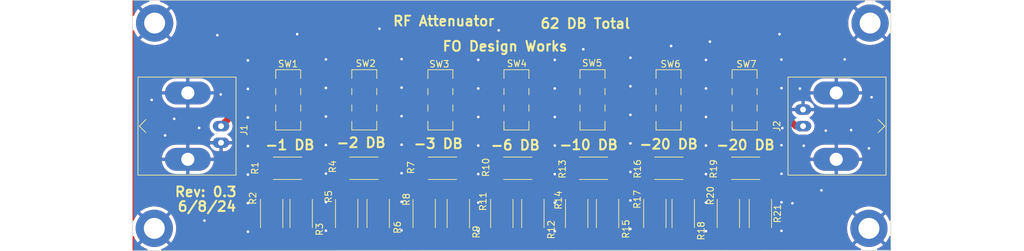
<source format=kicad_pcb>
(kicad_pcb (version 20221018) (generator pcbnew)
  (layers (0 "F.Cu" signal) (31 "B.Cu" signal) (34 "B.Paste" user) (35 "F.Paste" user) (36 "B.SilkS" user "B.Silkscreen") (37 "F.SilkS" user "F.Silkscreen") (38 "B.Mask" user) (39 "F.Mask" user) (44 "Edge.Cuts" user))
  (net 0 "")
  (net 1 "GND")
  (net 2 "Net-(J1-In)")
  (net 3 "Net-(J2-In)")
  (net 4 "Net-(SW1A-C)")
  (net 5 "Net-(SW1B-C)")
  (net 6 "Net-(SW1A-A)")
  (net 7 "Net-(SW2A-C)")
  (net 8 "Net-(SW2B-C)")
  (net 9 "Net-(SW3A-C)")
  (net 10 "Net-(SW3B-C)")
  (net 11 "Net-(SW4A-C)")
  (net 12 "Net-(SW4B-C)")
  (net 13 "Net-(SW5A-C)")
  (net 14 "Net-(SW5B-C)")
  (net 15 "Net-(SW6A-C)")
  (net 16 "Net-(SW6B-C)")
  (net 17 "Net-(SW7A-C)")
  (net 18 "Net-(SW7B-C)")
  (net 19 "Net-(SW2A-A)")
  (net 20 "Net-(SW2A-B)")
  (net 21 "Net-(SW3A-A)")
  (net 22 "Net-(SW3A-B)")
  (net 23 "Net-(SW4A-A)")
  (net 24 "Net-(SW4A-B)")
  (net 25 "Net-(SW5A-A)")
  (net 26 "Net-(SW5A-B)")
  (net 27 "Net-(SW6A-A)")
  (net 28 "Net-(SW6A-B)")
  (net 29 "Net-(SW7A-A)")
  (net 30 "Net-(SW1A-B)")
  (footprint "Resistor_SMD:R_2512_6332Metric_Pad1.40x3.35mm_HandSolder" (layer "F.Cu") (at 140.3604 93.0636)
    (fp_text reference "R10" (at -4.8768 -0.127 90) (layer "F.SilkS"))
    (fp_text value "37.3")
    (fp_line (start -2.177064 -1.71) (end 2.177064 -1.71) (stroke (width 0.12)) (layer "F.SilkS"))
    (fp_line (start -2.177064 1.71) (end 2.177064 1.71) (stroke (width 0.12)) (layer "F.SilkS"))
    (pad "1" smd roundrect (at -3.05 0) (size 1.4 3.35) (layers "F.Cu" "F.Paste" "F.Mask") (roundrect_rratio 0.1785707143) (net 12 "Net-(SW4B-C)"))
    (pad "2" smd roundrect (at 3.05 0) (size 1.4 3.35) (layers "F.Cu" "F.Paste" "F.Mask") (roundrect_rratio 0.1785707143) (net 11 "Net-(SW4A-C)"))
  )
  (footprint "jerrys_Library:SW_DPDT_CK_JS202011JCQN" (layer "F.Cu") (at 175.079399 82.59 -90)
    (fp_text reference "SW7" (at -5.4756 -0.2822) (layer "F.SilkS"))
    (fp_text value "SW_DPDT_x2")
    (fp_line (start -4.61 -1.91) (end -4.61 1.91) (stroke (width 0.12)) (layer "F.SilkS"))
    (fp_line (start -4.61 1.91) (end -3.26 1.91) (stroke (width 0.12)) (layer "F.SilkS"))
    (fp_line (start -3.26 -1.91) (end -4.61 -1.91) (stroke (width 0.12)) (layer "F.SilkS"))
    (fp_line (start -0.76 -1.91) (end -1.74 -1.91) (stroke (width 0.12)) (layer "F.SilkS"))
    (fp_line (start -0.76 1.91) (end -1.74 1.91) (stroke (width 0.12)) (layer "F.SilkS"))
    (fp_line (start 1.74 -1.91) (end 0.76 -1.91) (stroke (width 0.12)) (layer "F.SilkS"))
    (fp_line (start 1.74 1.91) (end 0.76 1.91) (stroke (width 0.12)) (layer "F.SilkS"))
    (fp_line (start 4.61 -1.91) (end 3.26 -1.91) (stroke (width 0.12)) (layer "F.SilkS"))
    (fp_line (start 4.61 -1.91) (end 4.61 1.91) (stroke (width 0.12)) (layer "F.SilkS"))
    (fp_line (start 4.61 1.91) (end 3.26 1.91) (stroke (width 0.12)) (layer "F.SilkS"))
    (pad "1" smd rect locked (at -2.5 -3 270) (size 1 2.5) (layers "F.Cu" "F.Paste" "F.Mask") (net 29 "Net-(SW7A-A)"))
    (pad "2" smd rect locked (at 0 -3 270) (size 1 2.5) (layers "F.Cu" "F.Paste" "F.Mask") (net 3 "Net-(J2-In)"))
    (pad "3" smd rect locked (at 2.5 -3 270) (size 1 2.5) (layers "F.Cu" "F.Paste" "F.Mask") (net 17 "Net-(SW7A-C)"))
    (pad "4" smd rect locked (at -2.5 3 270) (size 1 2.5) (layers "F.Cu" "F.Paste" "F.Mask") (net 29 "Net-(SW7A-A)"))
    (pad "5" smd rect locked (at 0 3 270) (size 1 2.5) (layers "F.Cu" "F.Paste" "F.Mask") (net 28 "Net-(SW6A-B)"))
    (pad "6" smd rect locked (at 2.5 3 270) (size 1 2.5) (layers "F.Cu" "F.Paste" "F.Mask") (net 18 "Net-(SW7B-C)"))
  )
  (footprint "jerrys_Library:SW_DPDT_CK_JS202011JCQN" (layer "F.Cu") (at 105.229047 82.59 -90)
    (fp_text reference "SW1" (at -5.5118 0.0254) (layer "F.SilkS"))
    (fp_text value "SW_DPDT_x2")
    (fp_line (start -4.61 -1.91) (end -4.61 1.91) (stroke (width 0.12)) (layer "F.SilkS"))
    (fp_line (start -4.61 1.91) (end -3.26 1.91) (stroke (width 0.12)) (layer "F.SilkS"))
    (fp_line (start -3.26 -1.91) (end -4.61 -1.91) (stroke (width 0.12)) (layer "F.SilkS"))
    (fp_line (start -0.76 -1.91) (end -1.74 -1.91) (stroke (width 0.12)) (layer "F.SilkS"))
    (fp_line (start -0.76 1.91) (end -1.74 1.91) (stroke (width 0.12)) (layer "F.SilkS"))
    (fp_line (start 1.74 -1.91) (end 0.76 -1.91) (stroke (width 0.12)) (layer "F.SilkS"))
    (fp_line (start 1.74 1.91) (end 0.76 1.91) (stroke (width 0.12)) (layer "F.SilkS"))
    (fp_line (start 4.61 -1.91) (end 3.26 -1.91) (stroke (width 0.12)) (layer "F.SilkS"))
    (fp_line (start 4.61 -1.91) (end 4.61 1.91) (stroke (width 0.12)) (layer "F.SilkS"))
    (fp_line (start 4.61 1.91) (end 3.26 1.91) (stroke (width 0.12)) (layer "F.SilkS"))
    (pad "1" smd rect locked (at -2.5 -3 270) (size 1 2.5) (layers "F.Cu" "F.Paste" "F.Mask") (net 6 "Net-(SW1A-A)"))
    (pad "2" smd rect locked (at 0 -3 270) (size 1 2.5) (layers "F.Cu" "F.Paste" "F.Mask") (net 30 "Net-(SW1A-B)"))
    (pad "3" smd rect locked (at 2.5 -3 270) (size 1 2.5) (layers "F.Cu" "F.Paste" "F.Mask") (net 4 "Net-(SW1A-C)"))
    (pad "4" smd rect locked (at -2.5 3 270) (size 1 2.5) (layers "F.Cu" "F.Paste" "F.Mask") (net 6 "Net-(SW1A-A)"))
    (pad "5" smd rect locked (at 0 3 270) (size 1 2.5) (layers "F.Cu" "F.Paste" "F.Mask") (net 2 "Net-(J1-In)"))
    (pad "6" smd rect locked (at 2.5 3 270) (size 1 2.5) (layers "F.Cu" "F.Paste" "F.Mask") (net 5 "Net-(SW1B-C)"))
  )
  (footprint "Resistor_SMD:R_2512_6332Metric_Pad1.40x3.35mm_HandSolder" (layer "F.Cu") (at 175.2346 93.0636)
    (fp_text reference "R19" (at -4.9022 0.1016 90) (layer "F.SilkS"))
    (fp_text value "242")
    (fp_line (start -2.177064 -1.71) (end 2.177064 -1.71) (stroke (width 0.12)) (layer "F.SilkS"))
    (fp_line (start -2.177064 1.71) (end 2.177064 1.71) (stroke (width 0.12)) (layer "F.SilkS"))
    (pad "1" smd roundrect (at -3.05 0) (size 1.4 3.35) (layers "F.Cu" "F.Paste" "F.Mask") (roundrect_rratio 0.1785707143) (net 18 "Net-(SW7B-C)"))
    (pad "2" smd roundrect (at 3.05 0) (size 1.4 3.35) (layers "F.Cu" "F.Paste" "F.Mask") (roundrect_rratio 0.1785707143) (net 17 "Net-(SW7A-C)"))
  )
  (footprint "Resistor_SMD:R_2512_6332Metric_Pad1.40x3.35mm_HandSolder" (layer "F.Cu") (at 128.8288 93.0636)
    (fp_text reference "R7" (at -4.8006 -0.1016 90) (layer "F.SilkS"))
    (fp_text value "17.6")
    (fp_line (start -2.177064 -1.71) (end 2.177064 -1.71) (stroke (width 0.12)) (layer "F.SilkS"))
    (fp_line (start -2.177064 1.71) (end 2.177064 1.71) (stroke (width 0.12)) (layer "F.SilkS"))
    (pad "1" smd roundrect (at -3.05 0) (size 1.4 3.35) (layers "F.Cu" "F.Paste" "F.Mask") (roundrect_rratio 0.1785707143) (net 10 "Net-(SW3B-C)"))
    (pad "2" smd roundrect (at 3.05 0) (size 1.4 3.35) (layers "F.Cu" "F.Paste" "F.Mask") (roundrect_rratio 0.1785707143) (net 9 "Net-(SW3A-C)"))
  )
  (footprint "Resistor_SMD:R_2512_6332Metric_Pad1.40x3.35mm_HandSolder" (layer "F.Cu") (at 131.2672 99.9978 -90)
    (fp_text reference "R9" (at 2.8194 -2.7686 90) (layer "F.SilkS"))
    (fp_text value "292")
    (fp_line (start -2.177064 -1.71) (end 2.177064 -1.71) (stroke (width 0.12)) (layer "F.SilkS"))
    (fp_line (start -2.177064 1.71) (end 2.177064 1.71) (stroke (width 0.12)) (layer "F.SilkS"))
    (pad "1" smd roundrect (at -3.05 0 270) (size 1.4 3.35) (layers "F.Cu" "F.Paste" "F.Mask") (roundrect_rratio 0.1785707143) (net 9 "Net-(SW3A-C)"))
    (pad "2" smd roundrect (at 3.05 0 270) (size 1.4 3.35) (layers "F.Cu" "F.Paste" "F.Mask") (roundrect_rratio 0.1785707143) (net 1 "GND"))
  )
  (footprint "Resistor_SMD:R_2512_6332Metric_Pad1.40x3.35mm_HandSolder" (layer "F.Cu") (at 149.3774 99.9978 -90)
    (fp_text reference "R14" (at -2.0574 2.794 90) (layer "F.SilkS"))
    (fp_text value "96.2")
    (fp_line (start -2.177064 -1.71) (end 2.177064 -1.71) (stroke (width 0.12)) (layer "F.SilkS"))
    (fp_line (start -2.177064 1.71) (end 2.177064 1.71) (stroke (width 0.12)) (layer "F.SilkS"))
    (pad "1" smd roundrect (at -3.05 0 270) (size 1.4 3.35) (layers "F.Cu" "F.Paste" "F.Mask") (roundrect_rratio 0.1785707143) (net 14 "Net-(SW5B-C)"))
    (pad "2" smd roundrect (at 3.05 0 270) (size 1.4 3.35) (layers "F.Cu" "F.Paste" "F.Mask") (roundrect_rratio 0.1785707143) (net 1 "GND"))
  )
  (footprint "MountingHole:MountingHole_3.2mm_M3_ISO7380_Pad_TopBottom" (layer "F.Cu") (at 194.1068 102.2604)
    (fp_text reference "H2" hide)
    (fp_text value "MountingHole_Pad" hide)
    (pad "1" thru_hole circle (at 0 0) (size 3.6 3.6) (drill 3.2) (layers "*.Cu" "*.Mask") (net 1 "GND"))
    (pad "1" connect circle (at 0 0) (size 5.7 5.7) (layers "F.Cu" "F.Mask") (net 1 "GND"))
    (pad "1" connect circle (at 0 0) (size 5.7 5.7) (layers "B.Cu" "B.Mask") (net 1 "GND"))
  )
  (footprint "Resistor_SMD:R_2512_6332Metric_Pad1.40x3.35mm_HandSolder" (layer "F.Cu") (at 163.4998 93.0636)
    (fp_text reference "R16" (at -4.807258 0.1016 90) (layer "F.SilkS"))
    (fp_text value "242")
    (fp_line (start -2.177064 -1.71) (end 2.177064 -1.71) (stroke (width 0.12)) (layer "F.SilkS"))
    (fp_line (start -2.177064 1.71) (end 2.177064 1.71) (stroke (width 0.12)) (layer "F.SilkS"))
    (pad "1" smd roundrect (at -3.05 0) (size 1.4 3.35) (layers "F.Cu" "F.Paste" "F.Mask") (roundrect_rratio 0.1785707143) (net 16 "Net-(SW6B-C)"))
    (pad "2" smd roundrect (at 3.05 0) (size 1.4 3.35) (layers "F.Cu" "F.Paste" "F.Mask") (roundrect_rratio 0.1785707143) (net 15 "Net-(SW6A-C)"))
  )
  (footprint "jerrys_Library:SW_DPDT_CK_JS202011JCQN" (layer "F.Cu") (at 128.512497 82.59 -90)
    (fp_text reference "SW3" (at -5.4756 0.15816) (layer "F.SilkS"))
    (fp_text value "SW_DPDT_x2")
    (fp_line (start -4.61 -1.91) (end -4.61 1.91) (stroke (width 0.12)) (layer "F.SilkS"))
    (fp_line (start -4.61 1.91) (end -3.26 1.91) (stroke (width 0.12)) (layer "F.SilkS"))
    (fp_line (start -3.26 -1.91) (end -4.61 -1.91) (stroke (width 0.12)) (layer "F.SilkS"))
    (fp_line (start -0.76 -1.91) (end -1.74 -1.91) (stroke (width 0.12)) (layer "F.SilkS"))
    (fp_line (start -0.76 1.91) (end -1.74 1.91) (stroke (width 0.12)) (layer "F.SilkS"))
    (fp_line (start 1.74 -1.91) (end 0.76 -1.91) (stroke (width 0.12)) (layer "F.SilkS"))
    (fp_line (start 1.74 1.91) (end 0.76 1.91) (stroke (width 0.12)) (layer "F.SilkS"))
    (fp_line (start 4.61 -1.91) (end 3.26 -1.91) (stroke (width 0.12)) (layer "F.SilkS"))
    (fp_line (start 4.61 -1.91) (end 4.61 1.91) (stroke (width 0.12)) (layer "F.SilkS"))
    (fp_line (start 4.61 1.91) (end 3.26 1.91) (stroke (width 0.12)) (layer "F.SilkS"))
    (pad "1" smd rect locked (at -2.5 -3 270) (size 1 2.5) (layers "F.Cu" "F.Paste" "F.Mask") (net 21 "Net-(SW3A-A)"))
    (pad "2" smd rect locked (at 0 -3 270) (size 1 2.5) (layers "F.Cu" "F.Paste" "F.Mask") (net 22 "Net-(SW3A-B)"))
    (pad "3" smd rect locked (at 2.5 -3 270) (size 1 2.5) (layers "F.Cu" "F.Paste" "F.Mask") (net 9 "Net-(SW3A-C)"))
    (pad "4" smd rect locked (at -2.5 3 270) (size 1 2.5) (layers "F.Cu" "F.Paste" "F.Mask") (net 21 "Net-(SW3A-A)"))
    (pad "5" smd rect locked (at 0 3 270) (size 1 2.5) (layers "F.Cu" "F.Paste" "F.Mask") (net 20 "Net-(SW2A-B)"))
    (pad "6" smd rect locked (at 2.5 3 270) (size 1 2.5) (layers "F.Cu" "F.Paste" "F.Mask") (net 10 "Net-(SW3B-C)"))
  )
  (footprint "Resistor_SMD:R_2512_6332Metric_Pad1.40x3.35mm_HandSolder" (layer "F.Cu") (at 151.9428 93.0636)
    (fp_text reference "R13" (at -4.7498 0.127 90) (layer "F.SilkS"))
    (fp_text value "71.2")
    (fp_line (start -2.177064 -1.71) (end 2.177064 -1.71) (stroke (width 0.12)) (layer "F.SilkS"))
    (fp_line (start -2.177064 1.71) (end 2.177064 1.71) (stroke (width 0.12)) (layer "F.SilkS"))
    (pad "1" smd roundrect (at -3.05 0) (size 1.4 3.35) (layers "F.Cu" "F.Paste" "F.Mask") (roundrect_rratio 0.1785707143) (net 14 "Net-(SW5B-C)"))
    (pad "2" smd roundrect (at 3.05 0) (size 1.4 3.35) (layers "F.Cu" "F.Paste" "F.Mask") (roundrect_rratio 0.1785707143) (net 13 "Net-(SW5A-C)"))
  )
  (footprint "Connector_Coaxial:BNC_Amphenol_B6252HB-NPP3G-50_Horizontal" (layer "F.Cu") (at 94.9452 86.614 90)
    (fp_text reference "J1" (at -0.6096 3.5174 90) (layer "F.SilkS"))
    (fp_text value "BNC")
    (fp_line (start -7.5 -12.7) (end 7.5 -12.7) (stroke (width 0.12)) (layer "F.SilkS"))
    (fp_line (start -7.5 2.3) (end -7.5 -12.7) (stroke (width 0.12)) (layer "F.SilkS"))
    (fp_line (start 0 -12.5) (end -1 -11.5) (stroke (width 0.12)) (layer "F.SilkS"))
    (fp_line (start 0 -12.5) (end 1 -11.5) (stroke (width 0.12)) (layer "F.SilkS"))
    (fp_line (start 7.5 -12.7) (end 7.5 2.3) (stroke (width 0.12)) (layer "F.SilkS"))
    (fp_line (start 7.5 2.3) (end -7.5 2.3) (stroke (width 0.12)) (layer "F.SilkS"))
    (pad "1" thru_hole oval (at 0 0 90) (size 1.6 2.5) (drill 0.89) (layers "*.Cu" "*.Mask") (net 2 "Net-(J1-In)"))
    (pad "2" thru_hole oval (at -5.08 -5.08 90) (size 3.5 7) (drill 2.01) (layers "*.Cu" "*.Mask") (net 1 "GND"))
    (pad "2" thru_hole oval (at -2.54 0 90) (size 1.6 2.5) (drill 0.89) (layers "*.Cu" "*.Mask") (net 1 "GND"))
    (pad "2" thru_hole oval (at 5.08 -5.08 90) (size 3.5 7) (drill 2.01) (layers "*.Cu" "*.Mask") (net 1 "GND"))
  )
  (footprint "MountingHole:MountingHole_3.2mm_M3_ISO7380_Pad_TopBottom" (layer "F.Cu") (at 84.7852 70.8406)
    (fp_text reference "H3" hide)
    (fp_text value "MountingHole_Pad" hide)
    (pad "1" thru_hole circle (at 0 0) (size 3.6 3.6) (drill 3.2) (layers "*.Cu" "*.Mask") (net 1 "GND"))
    (pad "1" connect circle (at 0 0) (size 5.7 5.7) (layers "F.Cu" "F.Mask") (net 1 "GND"))
    (pad "1" connect circle (at 0 0) (size 5.7 5.7) (layers "B.Cu" "B.Mask") (net 1 "GND"))
  )
  (footprint "Resistor_SMD:R_2512_6332Metric_Pad1.40x3.35mm_HandSolder" (layer "F.Cu") (at 154.1018 99.9978 -90)
    (fp_text reference "R15" (at 2.3622 -2.8194 90) (layer "F.SilkS"))
    (fp_text value "96.2")
    (fp_line (start -2.177064 -1.71) (end 2.177064 -1.71) (stroke (width 0.12)) (layer "F.SilkS"))
    (fp_line (start -2.177064 1.71) (end 2.177064 1.71) (stroke (width 0.12)) (layer "F.SilkS"))
    (pad "1" smd roundrect (at -3.05 0 270) (size 1.4 3.35) (layers "F.Cu" "F.Paste" "F.Mask") (roundrect_rratio 0.1785707143) (net 13 "Net-(SW5A-C)"))
    (pad "2" smd roundrect (at 3.05 0 270) (size 1.4 3.35) (layers "F.Cu" "F.Paste" "F.Mask") (roundrect_rratio 0.1785707143) (net 1 "GND"))
  )
  (footprint "jerrys_Library:SW_DPDT_CK_JS202011JCQN" (layer "F.Cu") (at 140.154222 82.59 -90)
    (fp_text reference "SW4" (at -5.5518 -0.07258) (layer "F.SilkS"))
    (fp_text value "SW_DPDT_x2")
    (fp_line (start -4.61 -1.91) (end -4.61 1.91) (stroke (width 0.12)) (layer "F.SilkS"))
    (fp_line (start -4.61 1.91) (end -3.26 1.91) (stroke (width 0.12)) (layer "F.SilkS"))
    (fp_line (start -3.26 -1.91) (end -4.61 -1.91) (stroke (width 0.12)) (layer "F.SilkS"))
    (fp_line (start -0.76 -1.91) (end -1.74 -1.91) (stroke (width 0.12)) (layer "F.SilkS"))
    (fp_line (start -0.76 1.91) (end -1.74 1.91) (stroke (width 0.12)) (layer "F.SilkS"))
    (fp_line (start 1.74 -1.91) (end 0.76 -1.91) (stroke (width 0.12)) (layer "F.SilkS"))
    (fp_line (start 1.74 1.91) (end 0.76 1.91) (stroke (width 0.12)) (layer "F.SilkS"))
    (fp_line (start 4.61 -1.91) (end 3.26 -1.91) (stroke (width 0.12)) (layer "F.SilkS"))
    (fp_line (start 4.61 -1.91) (end 4.61 1.91) (stroke (width 0.12)) (layer "F.SilkS"))
    (fp_line (start 4.61 1.91) (end 3.26 1.91) (stroke (width 0.12)) (layer "F.SilkS"))
    (pad "1" smd rect locked (at -2.5 -3 270) (size 1 2.5) (layers "F.Cu" "F.Paste" "F.Mask") (net 23 "Net-(SW4A-A)"))
    (pad "2" smd rect locked (at 0 -3 270) (size 1 2.5) (layers "F.Cu" "F.Paste" "F.Mask") (net 24 "Net-(SW4A-B)"))
    (pad "3" smd rect locked (at 2.5 -3 270) (size 1 2.5) (layers "F.Cu" "F.Paste" "F.Mask") (net 11 "Net-(SW4A-C)"))
    (pad "4" smd rect locked (at -2.5 3 270) (size 1 2.5) (layers "F.Cu" "F.Paste" "F.Mask") (net 23 "Net-(SW4A-A)"))
    (pad "5" smd rect locked (at 0 3 270) (size 1 2.5) (layers "F.Cu" "F.Paste" "F.Mask") (net 22 "Net-(SW3A-B)"))
    (pad "6" smd rect locked (at 2.5 3 270) (size 1 2.5) (layers "F.Cu" "F.Paste" "F.Mask") (net 12 "Net-(SW4B-C)"))
  )
  (footprint "Resistor_SMD:R_2512_6332Metric_Pad1.40x3.35mm_HandSolder" (layer "F.Cu") (at 177.4952 99.9978 -90)
    (fp_text reference "R21" (at 0 -2.62 90) (layer "F.SilkS"))
    (fp_text value "61.1")
    (fp_line (start -2.177064 -1.71) (end 2.177064 -1.71) (stroke (width 0.12)) (layer "F.SilkS"))
    (fp_line (start -2.177064 1.71) (end 2.177064 1.71) (stroke (width 0.12)) (layer "F.SilkS"))
    (pad "1" smd roundrect (at -3.05 0 270) (size 1.4 3.35) (layers "F.Cu" "F.Paste" "F.Mask") (roundrect_rratio 0.1785707143) (net 17 "Net-(SW7A-C)"))
    (pad "2" smd roundrect (at 3.05 0 270) (size 1.4 3.35) (layers "F.Cu" "F.Paste" "F.Mask") (roundrect_rratio 0.1785707143) (net 1 "GND"))
  )
  (footprint "Connector_Coaxial:BNC_Amphenol_B6252HB-NPP3G-50_Horizontal" (layer "F.Cu") (at 184.023 86.614 -90)
    (fp_text reference "J2" (at 0 4 90) (layer "F.SilkS"))
    (fp_text value "BNC")
    (fp_line (start -7.5 -12.7) (end 7.5 -12.7) (stroke (width 0.12)) (layer "F.SilkS"))
    (fp_line (start -7.5 2.3) (end -7.5 -12.7) (stroke (width 0.12)) (layer "F.SilkS"))
    (fp_line (start 0 -12.5) (end -1 -11.5) (stroke (width 0.12)) (layer "F.SilkS"))
    (fp_line (start 0 -12.5) (end 1 -11.5) (stroke (width 0.12)) (layer "F.SilkS"))
    (fp_line (start 7.5 -12.7) (end 7.5 2.3) (stroke (width 0.12)) (layer "F.SilkS"))
    (fp_line (start 7.5 2.3) (end -7.5 2.3) (stroke (width 0.12)) (layer "F.SilkS"))
    (pad "1" thru_hole oval (at 0 0 270) (size 1.6 2.5) (drill 0.89) (layers "*.Cu" "*.Mask") (net 3 "Net-(J2-In)"))
    (pad "2" thru_hole oval (at -5.08 -5.08 270) (size 3.5 7) (drill 2.01) (layers "*.Cu" "*.Mask") (net 1 "GND"))
    (pad "2" thru_hole oval (at -2.54 0 270) (size 1.6 2.5) (drill 0.89) (layers "*.Cu" "*.Mask") (net 1 "GND"))
    (pad "2" thru_hole oval (at 5.08 -5.08 270) (size 3.5 7) (drill 2.01) (layers "*.Cu" "*.Mask") (net 1 "GND"))
  )
  (footprint "jerrys_Library:SW_DPDT_CK_JS202011JCQN" (layer "F.Cu") (at 163.437672 82.59 -90)
    (fp_text reference "SW6" (at -5.4756 -0.30546) (layer "F.SilkS"))
    (fp_text value "SW_DPDT_x2")
    (fp_line (start -4.61 -1.91) (end -4.61 1.91) (stroke (width 0.12)) (layer "F.SilkS"))
    (fp_line (start -4.61 1.91) (end -3.26 1.91) (stroke (width 0.12)) (layer "F.SilkS"))
    (fp_line (start -3.26 -1.91) (end -4.61 -1.91) (stroke (width 0.12)) (layer "F.SilkS"))
    (fp_line (start -0.76 -1.91) (end -1.74 -1.91) (stroke (width 0.12)) (layer "F.SilkS"))
    (fp_line (start -0.76 1.91) (end -1.74 1.91) (stroke (width 0.12)) (layer "F.SilkS"))
    (fp_line (start 1.74 -1.91) (end 0.76 -1.91) (stroke (width 0.12)) (layer "F.SilkS"))
    (fp_line (start 1.74 1.91) (end 0.76 1.91) (stroke (width 0.12)) (layer "F.SilkS"))
    (fp_line (start 4.61 -1.91) (end 3.26 -1.91) (stroke (width 0.12)) (layer "F.SilkS"))
    (fp_line (start 4.61 -1.91) (end 4.61 1.91) (stroke (width 0.12)) (layer "F.SilkS"))
    (fp_line (start 4.61 1.91) (end 3.26 1.91) (stroke (width 0.12)) (layer "F.SilkS"))
    (pad "1" smd rect locked (at -2.5 -3 270) (size 1 2.5) (layers "F.Cu" "F.Paste" "F.Mask") (net 27 "Net-(SW6A-A)"))
    (pad "2" smd rect locked (at 0 -3 270) (size 1 2.5) (layers "F.Cu" "F.Paste" "F.Mask") (net 28 "Net-(SW6A-B)"))
    (pad "3" smd rect locked (at 2.5 -3 270) (size 1 2.5) (layers "F.Cu" "F.Paste" "F.Mask") (net 15 "Net-(SW6A-C)"))
    (pad "4" smd rect locked (at -2.5 3 270) (size 1 2.5) (layers "F.Cu" "F.Paste" "F.Mask") (net 27 "Net-(SW6A-A)"))
    (pad "5" smd rect locked (at 0 3 270) (size 1 2.5) (layers "F.Cu" "F.Paste" "F.Mask") (net 26 "Net-(SW5A-B)"))
    (pad "6" smd rect locked (at 2.5 3 270) (size 1 2.5) (layers "F.Cu" "F.Paste" "F.Mask") (net 16 "Net-(SW6B-C)"))
  )
  (footprint "Resistor_SMD:R_2512_6332Metric_Pad1.40x3.35mm_HandSolder" (layer "F.Cu") (at 107.2134 99.9978 -90)
    (fp_text reference "R3" (at 2.413 -2.8194 -90) (layer "F.SilkS"))
    (fp_text value "870")
    (fp_line (start -2.177064 -1.71) (end 2.177064 -1.71) (stroke (width 0.12)) (layer "F.SilkS"))
    (fp_line (start -2.177064 1.71) (end 2.177064 1.71) (stroke (width 0.12)) (layer "F.SilkS"))
    (pad "1" smd roundrect (at -3.05 0 270) (size 1.4 3.35) (layers "F.Cu" "F.Paste" "F.Mask") (roundrect_rratio 0.1785707143) (net 4 "Net-(SW1A-C)"))
    (pad "2" smd roundrect (at 3.05 0 270) (size 1.4 3.35) (layers "F.Cu" "F.Paste" "F.Mask") (roundrect_rratio 0.1785707143) (net 1 "GND"))
  )
  (footprint "Resistor_SMD:R_2512_6332Metric_Pad1.40x3.35mm_HandSolder" (layer "F.Cu") (at 126.0348 99.9978 -90)
    (fp_text reference "R8" (at -2.159 2.7178 90) (layer "F.SilkS"))
    (fp_text value "292")
    (fp_line (start -2.177064 -1.71) (end 2.177064 -1.71) (stroke (width 0.12)) (layer "F.SilkS"))
    (fp_line (start -2.177064 1.71) (end 2.177064 1.71) (stroke (width 0.12)) (layer "F.SilkS"))
    (pad "1" smd roundrect (at -3.05 0 270) (size 1.4 3.35) (layers "F.Cu" "F.Paste" "F.Mask") (roundrect_rratio 0.1785707143) (net 10 "Net-(SW3B-C)"))
    (pad "2" smd roundrect (at 3.05 0 270) (size 1.4 3.35) (layers "F.Cu" "F.Paste" "F.Mask") (roundrect_rratio 0.1785707143) (net 1 "GND"))
  )
  (footprint "Resistor_SMD:R_2512_6332Metric_Pad1.40x3.35mm_HandSolder" (layer "F.Cu") (at 142.6718 99.9978 -90)
    (fp_text reference "R12" (at 2.4638 -2.8194 90) (layer "F.SilkS"))
    (fp_text value "151")
    (fp_line (start -2.177064 -1.71) (end 2.177064 -1.71) (stroke (width 0.12)) (layer "F.SilkS"))
    (fp_line (start -2.177064 1.71) (end 2.177064 1.71) (stroke (width 0.12)) (layer "F.SilkS"))
    (pad "1" smd roundrect (at -3.05 0 270) (size 1.4 3.35) (layers "F.Cu" "F.Paste" "F.Mask") (roundrect_rratio 0.1785707143) (net 11 "Net-(SW4A-C)"))
    (pad "2" smd roundrect (at 3.05 0 270) (size 1.4 3.35) (layers "F.Cu" "F.Paste" "F.Mask") (roundrect_rratio 0.1785707143) (net 1 "GND"))
  )
  (footprint "MountingHole:MountingHole_3.2mm_M3_ISO7380_Pad_TopBottom" (layer "F.Cu") (at 194.2846 70.8406)
    (fp_text reference "H1" hide)
    (fp_text value "MountingHole_Pad" hide)
    (pad "1" thru_hole circle (at 0 0) (size 3.6 3.6) (drill 3.2) (layers "*.Cu" "*.Mask") (net 1 "GND"))
    (pad "1" connect circle (at 0 0) (size 5.7 5.7) (layers "F.Cu" "F.Mask") (net 1 "GND"))
    (pad "1" connect circle (at 0 0) (size 5.7 5.7) (layers "B.Cu" "B.Mask") (net 1 "GND"))
  )
  (footprint "jerrys_Library:SW_DPDT_CK_JS202011JCQN" (layer "F.Cu") (at 116.870772 82.59 -90)
    (fp_text reference "SW2" (at -5.5772 -0.2207) (layer "F.SilkS"))
    (fp_text value "SW_DPDT_x2")
    (fp_line (start -4.61 -1.91) (end -4.61 1.91) (stroke (width 0.12)) (layer "F.SilkS"))
    (fp_line (start -4.61 1.91) (end -3.26 1.91) (stroke (width 0.12)) (layer "F.SilkS"))
    (fp_line (start -3.26 -1.91) (end -4.61 -1.91) (stroke (width 0.12)) (layer "F.SilkS"))
    (fp_line (start -0.76 -1.91) (end -1.74 -1.91) (stroke (width 0.12)) (layer "F.SilkS"))
    (fp_line (start -0.76 1.91) (end -1.74 1.91) (stroke (width 0.12)) (layer "F.SilkS"))
    (fp_line (start 1.74 -1.91) (end 0.76 -1.91) (stroke (width 0.12)) (layer "F.SilkS"))
    (fp_line (start 1.74 1.91) (end 0.76 1.91) (stroke (width 0.12)) (layer "F.SilkS"))
    (fp_line (start 4.61 -1.91) (end 3.26 -1.91) (stroke (width 0.12)) (layer "F.SilkS"))
    (fp_line (start 4.61 -1.91) (end 4.61 1.91) (stroke (width 0.12)) (layer "F.SilkS"))
    (fp_line (start 4.61 1.91) (end 3.26 1.91) (stroke (width 0.12)) (layer "F.SilkS"))
    (pad "1" smd rect locked (at -2.5 -3 270) (size 1 2.5) (layers "F.Cu" "F.Paste" "F.Mask") (net 19 "Net-(SW2A-A)"))
    (pad "2" smd rect locked (at 0 -3 270) (size 1 2.5) (layers "F.Cu" "F.Paste" "F.Mask") (net 20 "Net-(SW2A-B)"))
    (pad "3" smd rect locked (at 2.5 -3 270) (size 1 2.5) (layers "F.Cu" "F.Paste" "F.Mask") (net 7 "Net-(SW2A-C)"))
    (pad "4" smd rect locked (at -2.5 3 270) (size 1 2.5) (layers "F.Cu" "F.Paste" "F.Mask") (net 19 "Net-(SW2A-A)"))
    (pad "5" smd rect locked (at 0 3 270) (size 1 2.5) (layers "F.Cu" "F.Paste" "F.Mask") (net 30 "Net-(SW1A-B)"))
    (pad "6" smd rect locked (at 2.5 3 270) (size 1 2.5) (layers "F.Cu" "F.Paste" "F.Mask") (net 8 "Net-(SW2B-C)"))
  )
  (footprint "Resistor_SMD:R_2512_6332Metric_Pad1.40x3.35mm_HandSolder" (layer "F.Cu") (at 165.6842 99.9978 -90)
    (fp_text reference "R18" (at 2.6416 -2.7432 90) (layer "F.SilkS"))
    (fp_text value "61.1")
    (fp_line (start -2.177064 -1.71) (end 2.177064 -1.71) (stroke (width 0.12)) (layer "F.SilkS"))
    (fp_line (start -2.177064 1.71) (end 2.177064 1.71) (stroke (width 0.12)) (layer "F.SilkS"))
    (pad "1" smd roundrect (at -3.05 0 270) (size 1.4 3.35) (layers "F.Cu" "F.Paste" "F.Mask") (roundrect_rratio 0.1785707143) (net 15 "Net-(SW6A-C)"))
    (pad "2" smd roundrect (at 3.05 0 270) (size 1.4 3.35) (layers "F.Cu" "F.Paste" "F.Mask") (roundrect_rratio 0.1785707143) (net 1 "GND"))
  )
  (footprint "Resistor_SMD:R_2512_6332Metric_Pad1.40x3.35mm_HandSolder" (layer "F.Cu") (at 102.6922 99.9978 -90)
    (fp_text reference "R2" (at -2.3368 2.8702 -90) (layer "F.SilkS"))
    (fp_text value "870")
    (fp_line (start -2.177064 -1.71) (end 2.177064 -1.71) (stroke (width 0.12)) (layer "F.SilkS"))
    (fp_line (start -2.177064 1.71) (end 2.177064 1.71) (stroke (width 0.12)) (layer "F.SilkS"))
    (pad "1" smd roundrect (at -3.05 0 270) (size 1.4 3.35) (layers "F.Cu" "F.Paste" "F.Mask") (roundrect_rratio 0.1785707143) (net 5 "Net-(SW1B-C)"))
    (pad "2" smd roundrect (at 3.05 0 270) (size 1.4 3.35) (layers "F.Cu" "F.Paste" "F.Mask") (roundrect_rratio 0.1785707143) (net 1 "GND"))
  )
  (footprint "Resistor_SMD:R_2512_6332Metric_Pad1.40x3.35mm_HandSolder" (layer "F.Cu") (at 118.999 99.9978 -90)
    (fp_text reference "R6" (at 2.1082 -2.9464 90) (layer "F.SilkS"))
    (fp_text value "436")
    (fp_line (start -2.177064 -1.71) (end 2.177064 -1.71) (stroke (width 0.12)) (layer "F.SilkS"))
    (fp_line (start -2.177064 1.71) (end 2.177064 1.71) (stroke (width 0.12)) (layer "F.SilkS"))
    (pad "1" smd roundrect (at -3.05 0 270) (size 1.4 3.35) (layers "F.Cu" "F.Paste" "F.Mask") (roundrect_rratio 0.1785707143) (net 7 "Net-(SW2A-C)"))
    (pad "2" smd roundrect (at 3.05 0 270) (size 1.4 3.35) (layers "F.Cu" "F.Paste" "F.Mask") (roundrect_rratio 0.1785707143) (net 1 "GND"))
  )
  (footprint "Resistor_SMD:R_2512_6332Metric_Pad1.40x3.35mm_HandSolder" (layer "F.Cu") (at 114.173 99.9978 -90)
    (fp_text reference "R5" (at -2.5928 2.7686 90) (layer "F.SilkS"))
    (fp_text value "436")
    (fp_line (start -2.177064 -1.71) (end 2.177064 -1.71) (stroke (width 0.12)) (layer "F.SilkS"))
    (fp_line (start -2.177064 1.71) (end 2.177064 1.71) (stroke (width 0.12)) (layer "F.SilkS"))
    (pad "1" smd roundrect (at -3.05 0 270) (size 1.4 3.35) (layers "F.Cu" "F.Paste" "F.Mask") (roundrect_rratio 0.1785707143) (net 8 "Net-(SW2B-C)"))
    (pad "2" smd roundrect (at 3.05 0 270) (size 1.4 3.35) (layers "F.Cu" "F.Paste" "F.Mask") (roundrect_rratio 0.1785707143) (net 1 "GND"))
  )
  (footprint "Resistor_SMD:R_2512_6332Metric_Pad1.40x3.35mm_HandSolder" (layer "F.Cu") (at 161.3408 99.9978 -90)
    (fp_text reference "R17" (at -2.1864 2.6924 90) (layer "F.SilkS"))
    (fp_text value "61.1")
    (fp_line (start -2.177064 -1.71) (end 2.177064 -1.71) (stroke (width 0.12)) (layer "F.SilkS"))
    (fp_line (start -2.177064 1.71) (end 2.177064 1.71) (stroke (width 0.12)) (layer "F.SilkS"))
    (pad "1" smd roundrect (at -3.05 0 270) (size 1.4 3.35) (layers "F.Cu" "F.Paste" "F.Mask") (roundrect_rratio 0.1785707143) (net 16 "Net-(SW6B-C)"))
    (pad "2" smd roundrect (at 3.05 0 270) (size 1.4 3.35) (layers "F.Cu" "F.Paste" "F.Mask") (roundrect_rratio 0.1785707143) (net 1 "GND"))
  )
  (footprint "Resistor_SMD:R_2512_6332Metric_Pad1.40x3.35mm_HandSolder" (layer "F.Cu") (at 137.922 99.9978 -90)
    (fp_text reference "R11" (at -1.8542 2.8702 90) (layer "F.SilkS"))
    (fp_text value "151")
    (fp_line (start -2.177064 -1.71) (end 2.177064 -1.71) (stroke (width 0.12)) (layer "F.SilkS"))
    (fp_line (start -2.177064 1.71) (end 2.177064 1.71) (stroke (width 0.12)) (layer "F.SilkS"))
    (pad "1" smd roundrect (at -3.05 0 270) (size 1.4 3.35) (layers "F.Cu" "F.Paste" "F.Mask") (roundrect_rratio 0.1785707143) (net 12 "Net-(SW4B-C)"))
    (pad "2" smd roundrect (at 3.05 0 270) (size 1.4 3.35) (layers "F.Cu" "F.Paste" "F.Mask") (roundrect_rratio 0.1785707143) (net 1 "GND"))
  )
  (footprint "Resistor_SMD:R_2512_6332Metric_Pad1.40x3.35mm_HandSolder" (layer "F.Cu") (at 105.1306 93.0636)
    (fp_text reference "R1" (at -4.9784 -0.0254 90) (layer "F.SilkS"))
    (fp_text value "5.8")
    (fp_line (start -2.177064 -1.71) (end 2.177064 -1.71) (stroke (width 0.12)) (layer "F.SilkS"))
    (fp_line (start -2.177064 1.71) (end 2.177064 1.71) (stroke (width 0.12)) (layer "F.SilkS"))
    (pad "1" smd roundrect (at -3.05 0) (size 1.4 3.35) (layers "F.Cu" "F.Paste" "F.Mask") (roundrect_rratio 0.1785707143) (net 5 "Net-(SW1B-C)"))
    (pad "2" smd roundrect (at 3.05 0) (size 1.4 3.35) (layers "F.Cu" "F.Paste" "F.Mask") (roundrect_rratio 0.1785707143) (net 4 "Net-(SW1A-C)"))
  )
  (footprint "MountingHole:MountingHole_3.2mm_M3_ISO7380_Pad_TopBottom" (layer "F.Cu") (at 84.7344 102.2604)
    (fp_text reference "H4" hide)
    (fp_text value "MountingHole_Pad" hide)
    (pad "1" thru_hole circle (at 0 0) (size 3.6 3.6) (drill 3.2) (layers "*.Cu" "*.Mask") (net 1 "GND"))
    (pad "1" connect circle (at 0 0) (size 5.7 5.7) (layers "F.Cu" "F.Mask") (net 1 "GND"))
    (pad "1" connect circle (at 0 0) (size 5.7 5.7) (layers "B.Cu" "B.Mask") (net 1 "GND"))
  )
  (footprint "Resistor_SMD:R_2512_6332Metric_Pad1.40x3.35mm_HandSolder" (layer "F.Cu") (at 172.593 99.9978 -90)
    (fp_text reference "R20" (at -2.7432 2.7432 90) (layer "F.SilkS"))
    (fp_text value "61.1")
    (fp_line (start -2.177064 -1.71) (end 2.177064 -1.71) (stroke (width 0.12)) (layer "F.SilkS"))
    (fp_line (start -2.177064 1.71) (end 2.177064 1.71) (stroke (width 0.12)) (layer "F.SilkS"))
    (pad "1" smd roundrect (at -3.05 0 270) (size 1.4 3.35) (layers "F.Cu" "F.Paste" "F.Mask") (roundrect_rratio 0.1785707143) (net 18 "Net-(SW7B-C)"))
    (pad "2" smd roundrect (at 3.05 0 270) (size 1.4 3.35) (layers "F.Cu" "F.Paste" "F.Mask") (roundrect_rratio 0.1785707143) (net 1 "GND"))
  )
  (footprint "Resistor_SMD:R_2512_6332Metric_Pad1.40x3.35mm_HandSolder" (layer "F.Cu") (at 116.8166 93.0636)
    (fp_text reference "R4" (at -4.7772 -0.254 90) (layer "F.SilkS"))
    (fp_text value "11.6")
    (fp_line (start -2.177064 -1.71) (end 2.177064 -1.71) (stroke (width 0.12)) (layer "F.SilkS"))
    (fp_line (start -2.177064 1.71) (end 2.177064 1.71) (stroke (width 0.12)) (layer "F.SilkS"))
    (pad "1" smd roundrect (at -3.05 0) (size 1.4 3.35) (layers "F.Cu" "F.Paste" "F.Mask") (roundrect_rratio 0.1785707143) (net 8 "Net-(SW2B-C)"))
    (pad "2" smd roundrect (at 3.05 0) (size 1.4 3.35) (layers "F.Cu" "F.Paste" "F.Mask") (roundrect_rratio 0.1785707143) (net 7 "Net-(SW2A-C)"))
  )
  (footprint "jerrys_Library:SW_DPDT_CK_JS202011JCQN" (layer "F.Cu") (at 151.795947 82.59 -90)
    (fp_text reference "SW5" (at -5.628 0.05228) (layer "F.SilkS"))
    (fp_text value "SW_DPDT_x2")
    (fp_line (start -4.61 -1.91) (end -4.61 1.91) (stroke (width 0.12)) (layer "F.SilkS"))
    (fp_line (start -4.61 1.91) (end -3.26 1.91) (stroke (width 0.12)) (layer "F.SilkS"))
    (fp_line (start -3.26 -1.91) (end -4.61 -1.91) (stroke (width 0.12)) (layer "F.SilkS"))
    (fp_line (start -0.76 -1.91) (end -1.74 -1.91) (stroke (width 0.12)) (layer "F.SilkS"))
    (fp_line (start -0.76 1.91) (end -1.74 1.91) (stroke (width 0.12)) (layer "F.SilkS"))
    (fp_line (start 1.74 -1.91) (end 0.76 -1.91) (stroke (width 0.12)) (layer "F.SilkS"))
    (fp_line (start 1.74 1.91) (end 0.76 1.91) (stroke (width 0.12)) (layer "F.SilkS"))
    (fp_line (start 4.61 -1.91) (end 3.26 -1.91) (stroke (width 0.12)) (layer "F.SilkS"))
    (fp_line (start 4.61 -1.91) (end 4.61 1.91) (stroke (width 0.12)) (layer "F.SilkS"))
    (fp_line (start 4.61 1.91) (end 3.26 1.91) (stroke (width 0.12)) (layer "F.SilkS"))
    (pad "1" smd rect locked (at -2.5 -3 270) (size 1 2.5) (layers "F.Cu" "F.Paste" "F.Mask") (net 25 "Net-(SW5A-A)"))
    (pad "2" smd rect locked (at 0 -3 270) (size 1 2.5) (layers "F.Cu" "F.Paste" "F.Mask") (net 26 "Net-(SW5A-B)"))
    (pad "3" smd rect locked (at 2.5 -3 270) (size 1 2.5) (layers "F.Cu" "F.Paste" "F.Mask") (net 13 "Net-(SW5A-C)"))
    (pad "4" smd rect locked (at -2.5 3 270) (size 1 2.5) (layers "F.Cu" "F.Paste" "F.Mask") (net 25 "Net-(SW5A-A)"))
    (pad "5" smd rect locked (at 0 3 270) (size 1 2.5) (layers "F.Cu" "F.Paste" "F.Mask") (net 24 "Net-(SW4A-B)"))
    (pad "6" smd rect locked (at 2.5 3 270) (size 1 2.5) (layers "F.Cu" "F.Paste" "F.Mask") (net 14 "Net-(SW5B-C)"))
  )
  (gr_line (start 81.3816 105.664) (end 197.4596 105.6386) (stroke (width 0.1)) (layer "Edge.Cuts"))
  (gr_line (start 197.4596 67.3608) (end 81.3816 67.3608) (stroke (width 0.1)) (layer "Edge.Cuts"))
  (gr_line (start 197.4596 105.6386) (end 197.4596 67.3608) (stroke (width 0.1)) (layer "Edge.Cuts"))
  (gr_line (start 81.3816 67.3608) (end 81.3816 105.664) (stroke (width 0.1)) (layer "Edge.Cuts"))
  (gr_text "-1 DB" (at 105.4862 89.5096) (layer "F.SilkS") (effects (font (size 1.5 1.5) (thickness 0.3))))
  (gr_text "6/8/24" (at 88.1634 99.7966) (layer "F.SilkS") (effects (font (size 1.5 1.5) (thickness 0.3) bold) (justify left bottom)))
  (gr_text "FO Design Works" (at 138.4046 74.3966) (layer "F.SilkS") (effects (font (size 1.5 1.5) (thickness 0.3))))
  (gr_text "-20 DB" (at 175.2092 89.5096) (layer "F.SilkS") (effects (font (size 1.5 1.5) (thickness 0.3))))
  (gr_text "-20 DB" (at 163.449 89.3826) (layer "F.SilkS") (effects (font (size 1.5 1.5) (thickness 0.3))))
  (gr_text "-3 DB" (at 128.1938 89.3064) (layer "F.SilkS") (effects (font (size 1.5 1.5) (thickness 0.3))))
  (gr_text "-6 DB" (at 139.9794 89.535) (layer "F.SilkS") (effects (font (size 1.5 1.5) (thickness 0.3))))
  (gr_text "Rev: 0.3" (at 92.6084 96.6724) (layer "F.SilkS") (effects (font (size 1.5 1.5) (thickness 0.3))))
  (gr_text "-2 DB" (at 116.3828 89.154) (layer "F.SilkS") (effects (font (size 1.5 1.5) (thickness 0.3))))
  (gr_text "RF Attenuator" (at 129.032 70.5358) (layer "F.SilkS") (effects (font (size 1.5 1.5) (thickness 0.3))))
  (gr_text "62 DB Total" (at 150.6982 70.9168) (layer "F.SilkS") (effects (font (size 1.5 1.5) (thickness 0.3))))
  (gr_text "-10 DB" (at 151.2062 89.4842) (layer "F.SilkS") (effects (font (size 1.5 1.5) (thickness 0.3))))
  (segment (start 189.0114 82.59) (end 189.1896 82.7682) (width 0.25) (layer "F.Cu") (net 1))
  (segment (start 189.1284 82.8294) (end 189.1896 82.7682) (width 0.25) (layer "F.Cu") (net 1))
  (via (at 122.5804 98.1964) (size 0.8) (drill 0.4) (layers "F.Cu" "B.Cu") (net 1))
  (via (at 190.3984 76.4032) (size 0.8) (drill 0.4) (layers "F.Cu" "B.Cu") (net 1))
  (via (at 169.164 102.6922) (size 0.8) (drill 0.4) (layers "F.Cu" "B.Cu") (net 1))
  (via (at 146.0246 89.5858) (size 0.8) (drill 0.4) (layers "F.Cu" "B.Cu") (net 1))
  (via (at 183.5404 80.8736) (size 0.8) (drill 0.4) (layers "F.Cu" "B.Cu") (net 1))
  (via (at 99.06 102.7684) (size 0.8) (drill 0.4) (layers "F.Cu" "B.Cu") (net 1))
  (via (at 157.607 76.1492) (size 0.8) (drill 0.4) (layers "F.Cu" "B.Cu") (net 1))
  (via (at 106.6038 72.5424) (size 0.8) (drill 0.4) (layers "F.Cu" "B.Cu") (net 1))
  (via (at 110.998 93.8784) (size 0.8) (drill 0.4) (layers "F.Cu" "B.Cu") (net 1))
  (via (at 157.607 93.6244) (size 0.8) (drill 0.4) (layers "F.Cu" "B.Cu") (net 1))
  (via (at 157.607 84.8868) (size 0.8) (drill 0.4) (layers "F.Cu" "B.Cu") (net 1))
  (via (at 110.998 80.772) (size 0.8) (drill 0.4) (layers "F.Cu" "B.Cu") (net 1))
  (via (at 110.998 85.1408) (size 0.8) (drill 0.4) (layers "F.Cu" "B.Cu") (net 1))
  (via (at 94.3864 72.6948) (size 0.8) (drill 0.4) (layers "F.Cu" "B.Cu") (net 1))
  (via (at 99.06 85.2932) (size 0.8) (drill 0.4) (layers "F.Cu" "B.Cu") (net 1))
  (via (at 134.3152 98.3234) (size 0.8) (drill 0.4) (layers "F.Cu" "B.Cu") (net 1))
  (via (at 194.1068 90.0176) (size 0.8) (drill 0.4) (layers "F.Cu" "B.Cu") (net 1))
  (via (at 122.5804 89.4588) (size 0.8) (drill 0.4) (layers "F.Cu" "B.Cu") (net 1))
  (via (at 163.83 74.3458) (size 0.8) (drill 0.4) (layers "F.Cu" "B.Cu") (net 1))
  (via (at 92.4052 101.0666) (size 0.8) (drill 0.4) (layers "F.Cu" "B.Cu") (net 1))
  (via (at 134.3152 93.9546) (size 0.8) (drill 0.4) (layers "F.Cu" "B.Cu") (net 1))
  (via (at 134.3152 89.5858) (size 0.8) (drill 0.4) (layers "F.Cu" "B.Cu") (net 1))
  (via (at 186.8424 96.4438) (size 0.8) (drill 0.4) (layers "F.Cu" "B.Cu") (net 1))
  (via (at 169.7736 73.6854) (size 0.8) (drill 0.4) (layers "F.Cu" "B.Cu") (net 1))
  (via (at 122.5804 85.09) (size 0.8) (drill 0.4) (layers "F.Cu" "B.Cu") (net 1))
  (via (at 150.3934 74.8538) (size 0.8) (drill 0.4) (layers "F.Cu" "B.Cu") (net 1))
  (via (at 180.721 89.535) (size 0.8) (drill 0.4) (layers "F.Cu" "B.Cu") (net 1))
  (via (at 180.721 80.7974) (size 0.8) (drill 0.4) (layers "F.Cu" "B.Cu") (net 1))
  (via (at 110.998 98.2472) (size 0.8) (drill 0.4) (layers "F.Cu" "B.Cu") (net 1))
  (via (at 134.3152 76.4794) (size 0.8) (drill 0.4) (layers "F.Cu" "B.Cu") (net 1))
  (via (at 87.7824 85.4964) (size 0.8) (drill 0.4) (layers "F.Cu" "B.Cu") (net 1))
  (via (at 169.164 98.3234) (size 0.8) (drill 0.4) (layers "F.Cu" "B.Cu") (net 1))
  (via (at 99.06 89.662) (size 0.8) (drill 0.4) (layers "F.Cu" "B.Cu") (net 1))
  (via (at 169.164 85.217) (size 0.8) (drill 0.4) (layers "F.Cu" "B.Cu") (net 1))
  (via (at 180.4162 72.5424) (size 0.8) (drill 0.4) (layers "F.Cu" "B.Cu") (net 1))
  (via (at 110.998 76.4032) (size 0.8) (drill 0.4) (layers "F.Cu" "B.Cu") (net 1))
  (via (at 122.5804 102.5652) (size 0.8) (drill 0.4) (layers "F.Cu" "B.Cu") (net 1))
  (via (at 122.5804 80.7212) (size 0.8) (drill 0.4) (layers "F.Cu" "B.Cu") (net 1))
  (via (at 110.998 89.5096) (size 0.8) (drill 0.4) (layers "F.Cu" "B.Cu") (net 1))
  (via (at 146.0246 93.9546) (size 0.8) (drill 0.4) (layers "F.Cu" "B.Cu") (net 1))
  (via (at 194.5132 82.1944) (size 0.8) (drill 0.4) (layers "F.Cu" "B.Cu") (net 1))
  (via (at 146.0246 102.6922) (size 0.8) (drill 0.4) (layers "F.Cu" "B.Cu") (net 1))
  (via (at 146.0246 85.217) (size 0.8) (drill 0.4) (layers "F.Cu" "B.Cu") (net 1))
  (via (at 182.3974 98.425) (size 0.8) (drill 0.4) (layers "F.Cu" "B.Cu") (net 1))
  (via (at 137.4394 71.9582) (size 0.8) (drill 0.4) (layers "F.Cu" "B.Cu") (net 1))
  (via (at 134.3152 85.217) (size 0.8) (drill 0.4) (layers "F.Cu" "B.Cu") (net 1))
  (via (at 184.1246 89.6112) (size 0.8) (drill 0.4) (layers "F.Cu" "B.Cu") (net 1))
  (via (at 86.3854 88.0364) (size 0.8) (drill 0.4) (layers "F.Cu" "B.Cu") (net 1))
  (via (at 180.721 98.2726) (size 0.8) (drill 0.4) (layers "F.Cu" "B.Cu") (net 1))
  (via (at 157.607 97.9932) (size 0.8) (drill 0.4) (layers "F.Cu" "B.Cu") (net 1))
  (via (at 180.721 93.9038) (size 0.8) (drill 0.4) (layers "F.Cu" "B.Cu") (net 1))
  (via (at 91.5924 86.8934) (size 0.8) (drill 0.4) (layers "F.Cu" "B.Cu") (net 1))
  (via (at 110.998 102.616) (size 0.8) (drill 0.4) (layers "F.Cu" "B.Cu") (net 1))
  (via (at 169.164 76.4794) (size 0.8) (drill 0.4) (layers "F.Cu" "B.Cu") (net 1))
  (via (at 134.3152 102.6922) (size 0.8) (drill 0.4) (layers "F.Cu" "B.Cu") (net 1))
  (via (at 99.06 98.3996) (size 0.8) (drill 0.4) (layers "F.Cu" "B.Cu") (net 1))
  (via (at 187.5028 87.2998) (size 0.8) (drill 0.4) (layers "F.Cu" "B.Cu") (net 1))
  (via (at 119.2022 71.7042) (size 0.8) (drill 0.4) (layers "F.Cu" "B.Cu") (net 1))
  (via (at 134.3152 80.8482) (size 0.8) (drill 0.4) (layers "F.Cu" "B.Cu") (net 1))
  (via (at 169.164 80.8482) (size 0.8) (drill 0.4) (layers "F.Cu" "B.Cu") (net 1))
  (via (at 84.328 82.6008) (size 0.8) (drill 0.4) (layers "F.Cu" "B.Cu") (net 1))
  (via (at 180.848 86.9188) (size 0.8) (drill 0.4) (layers "F.Cu" "B.Cu") (net 1))
  (via (at 157.607 89.2556) (size 0.8) (drill 0.4) (layers "F.Cu" "B.Cu") (net 1))
  (via (at 122.5804 76.3524) (size 0.8) (drill 0.4) (layers "F.Cu" "B.Cu") (net 1))
  (via (at 180.721 102.6414) (size 0.8) (drill 0.4) (layers "F.Cu" "B.Cu") (net 1))
  (via (at 99.06 80.9244) (size 0.8) (drill 0.4) (layers "F.Cu" "B.Cu") (net 1))
  (via (at 146.0246 76.4794) (size 0.8) (drill 0.4) (layers "F.Cu" "B.Cu") (net 1))
  (via (at 99.06 76.5556) (size 0.8) (drill 0.4) (layers "F.Cu" "B.Cu") (net 1))
  (via (at 99.06 94.0308) (size 0.8) (drill 0.4) (layers "F.Cu" "B.Cu") (net 1))
  (via (at 191.389 87.2236) (size 0.8) (drill 0.4) (layers "F.Cu" "B.Cu") (net 1))
  (via (at 94.8944 81.7626) (size 0.8) (drill 0.4) (layers "F.Cu" "B.Cu") (net 1))
  (via (at 157.607 80.518) (size 0.8) (drill 0.4) (layers "F.Cu" "B.Cu") (net 1))
  (via (at 169.164 93.9546) (size 0.8) (drill 0.4) (layers "F.Cu" "B.Cu") (net 1))
  (via (at 180.721 76.4286) (size 0.8) (drill 0.4) (layers "F.Cu" "B.Cu") (net 1))
  (via (at 122.5804 93.8276) (size 0.8) (drill 0.4) (layers "F.Cu" "B.Cu") (net 1))
  (via (at 146.0246 80.8482) (size 0.8) (drill 0.4) (layers "F.Cu" "B.Cu") (net 1))
  (via (at 146.0246 98.3234) (size 0.8) (drill 0.4) (layers "F.Cu" "B.Cu") (net 1))
  (via (at 157.607 102.362) (size 0.8) (drill 0.4) (layers "F.Cu" "B.Cu") (net 1))
  (via (at 169.164 89.5858) (size 0.8) (drill 0.4) (layers "F.Cu" "B.Cu") (net 1))
  (segment (start 98.9692 82.59) (end 94.9452 86.614) (width 1.016) (layer "F.Cu") (net 2))
  (segment (start 102.167447 82.6516) (end 102.229047 82.59) (width 0.25) (layer "F.Cu") (net 2))
  (segment (start 102.229047 82.59) (end 98.9692 82.59) (width 1.016) (layer "F.Cu") (net 2))
  (segment (start 182.9054 86.614) (end 184.023 86.614) (width 0.25) (layer "F.Cu") (net 3))
  (segment (start 178.079399 82.59) (end 178.8814 82.59) (width 0.25) (layer "F.Cu") (net 3))
  (segment (start 178.8814 82.59) (end 182.9054 86.614) (width 1.016) (layer "F.Cu") (net 3))
  (segment (start 108.1806 95.9806) (end 107.2134 96.9478) (width 0.25) (layer "F.Cu") (net 4))
  (segment (start 108.229047 93.015153) (end 108.1806 93.0636) (width 0.25) (layer "F.Cu") (net 4))
  (segment (start 108.1806 93.0636) (end 108.1806 95.9806) (width 1.016) (layer "F.Cu") (net 4))
  (segment (start 108.229047 85.09) (end 108.229047 93.015153) (width 1.016) (layer "F.Cu") (net 4))
  (segment (start 102.229047 85.09) (end 102.229047 92.915153) (width 1.016) (layer "F.Cu") (net 5))
  (segment (start 102.0806 96.3362) (end 102.6922 96.9478) (width 0.25) (layer "F.Cu") (net 5))
  (segment (start 102.406847 92.737353) (end 102.0806 93.0636) (width 0.25) (layer "F.Cu") (net 5))
  (segment (start 102.229047 92.915153) (end 102.0806 93.0636) (width 0.25) (layer "F.Cu") (net 5))
  (segment (start 102.0806 93.0636) (end 102.0806 96.3362) (width 1.016) (layer "F.Cu") (net 5))
  (segment (start 102.229047 80.09) (end 108.229047 80.09) (width 1.016) (layer "F.Cu") (net 6))
  (segment (start 119.8666 96.0802) (end 118.999 96.9478) (width 0.25) (layer "F.Cu") (net 7))
  (segment (start 119.870772 85.09) (end 119.870772 93.059428) (width 1.016) (layer "F.Cu") (net 7))
  (segment (start 119.8666 93.0636) (end 119.8666 96.0802) (width 1.016) (layer "F.Cu") (net 7))
  (segment (start 119.870772 93.059428) (end 119.8666 93.0636) (width 0.25) (layer "F.Cu") (net 7))
  (segment (start 113.7666 93.0636) (end 113.7666 96.5414) (width 1.016) (layer "F.Cu") (net 8))
  (segment (start 113.870772 85.09) (end 113.870772 92.959428) (width 1.016) (layer "F.Cu") (net 8))
  (segment (start 113.7666 96.5414) (end 114.173 96.9478) (width 0.25) (layer "F.Cu") (net 8))
  (segment (start 113.870772 92.959428) (end 113.7666 93.0636) (width 0.25) (layer "F.Cu") (net 8))
  (segment (start 131.512497 92.697297) (end 131.8788 93.0636) (width 0.25) (layer "F.Cu") (net 9))
  (segment (start 131.8788 96.3362) (end 131.2672 96.9478) (width 0.25) (layer "F.Cu") (net 9))
  (segment (start 131.512497 85.09) (end 131.512497 92.697297) (width 1.016) (layer "F.Cu") (net 9))
  (segment (start 131.8788 93.0636) (end 131.8788 96.3362) (width 1.016) (layer "F.Cu") (net 9))
  (segment (start 125.512497 85.09) (end 125.512497 92.797297) (width 1.016) (layer "F.Cu") (net 10))
  (segment (start 125.512497 92.797297) (end 125.7788 93.0636) (width 0.25) (layer "F.Cu") (net 10))
  (segment (start 125.7788 93.0636) (end 125.7788 96.6918) (width 1.016) (layer "F.Cu") (net 10))
  (segment (start 125.7788 96.6918) (end 126.0348 96.9478) (width 0.25) (layer "F.Cu") (net 10))
  (segment (start 143.4104 93.0636) (end 143.4104 96.2092) (width 1.016) (layer "F.Cu") (net 11))
  (segment (start 143.4104 96.2092) (end 142.6718 96.9478) (width 0.25) (layer "F.Cu") (net 11))
  (segment (start 143.154222 92.807422) (end 143.4104 93.0636) (width 0.25) (layer "F.Cu") (net 11))
  (segment (start 143.154222 85.09) (end 143.154222 92.807422) (width 1.016) (layer "F.Cu") (net 11))
  (segment (start 137.3104 93.0636) (end 137.3104 96.3362) (width 1.016) (layer "F.Cu") (net 12))
  (segment (start 137.154222 85.09) (end 137.154222 92.907422) (width 1.016) (layer "F.Cu") (net 12))
  (segment (start 137.154222 92.907422) (end 137.3104 93.0636) (width 0.25) (layer "F.Cu") (net 12))
  (segment (start 137.3104 96.3362) (end 137.922 96.9478) (width 0.25) (layer "F.Cu") (net 12))
  (segment (start 154.795947 85.09) (end 154.795947 92.866747) (width 1.016) (layer "F.Cu") (net 13))
  (segment (start 154.9928 96.0568) (end 154.1018 96.9478) (width 0.25) (layer "F.Cu") (net 13))
  (segment (start 154.795947 92.866747) (end 154.9928 93.0636) (width 0.25) (layer "F.Cu") (net 13))
  (segment (start 154.9928 93.0636) (end 154.9928 96.0568) (width 1.016) (layer "F.Cu") (net 13))
  (segment (start 148.795947 85.09) (end 148.795947 92.966747) (width 1.016) (layer "F.Cu") (net 14))
  (segment (start 148.795947 92.966747) (end 148.8928 93.0636) (width 0.25) (layer "F.Cu") (net 14))
  (segment (start 148.8928 93.0636) (end 148.8928 96.4632) (width 1.016) (layer "F.Cu") (net 14))
  (segment (start 148.8928 96.4632) (end 149.3774 96.9478) (width 0.25) (layer "F.Cu") (net 14))
  (segment (start 166.437672 85.09) (end 166.437672 92.951472) (width 1.016) (layer "F.Cu") (net 15))
  (segment (start 166.437672 92.951472) (end 166.5498 93.0636) (width 0.25) (layer "F.Cu") (net 15))
  (segment (start 166.5498 96.0822) (end 165.6842 96.9478) (width 0.25) (layer "F.Cu") (net 15))
  (segment (start 166.5498 93.0636) (end 166.5498 96.0822) (width 1.016) (layer "F.Cu") (net 15))
  (segment (start 160.437672 93.051472) (end 160.4498 93.0636) (width 0.25) (layer "F.Cu") (net 16))
  (segment (start 160.437672 85.09) (end 160.437672 93.051472) (width 1.016) (layer "F.Cu") (net 16))
  (segment (start 160.4498 93.0636) (end 160.4498 96.0568) (width 1.016) (layer "F.Cu") (net 16))
  (segment (start 160.4498 96.0568) (end 161.3408 96.9478) (width 0.25) (layer "F.Cu") (net 16))
  (segment (start 178.2846 96.1584) (end 177.4952 96.9478) (width 0.25) (layer "F.Cu") (net 17))
  (segment (start 178.257199 93.036199) (end 178.2846 93.0636) (width 0.25) (layer "F.Cu") (net 17))
  (segment (start 178.079399 85.09) (end 178.079399 90.0176) (width 0.25) (layer "F.Cu") (net 17))
  (segment (start 178.2846 90.222801) (end 178.079399 90.0176) (width 0.25) (layer "F.Cu") (net 17))
  (segment (start 178.2846 93.0636) (end 178.2846 96.1584) (width 1.016) (layer "F.Cu") (net 17))
  (segment (start 178.079399 90.0176) (end 178.079399 90.091799) (width 0.25) (layer "F.Cu") (net 17))
  (segment (start 178.2846 93.0636) (end 178.2846 90.222801) (width 0.25) (layer "F.Cu") (net 17))
  (segment (start 172.257199 92.991001) (end 172.1846 93.0636) (width 0.25) (layer "F.Cu") (net 18))
  (segment (start 172.079399 85.09) (end 172.079399 89.8906) (width 0.25) (layer "F.Cu") (net 18))
  (segment (start 172.1846 96.5394) (end 172.593 96.9478) (width 0.25) (layer "F.Cu") (net 18))
  (segment (start 172.079399 89.8906) (end 172.079399 90.046601) (width 0.25) (layer "F.Cu") (net 18))
  (segment (start 172.1846 93.0636) (end 172.1846 96.5394) (width 1.016) (layer "F.Cu") (net 18))
  (segment (start 172.1846 93.0636) (end 172.1846 89.995801) (width 0.25) (layer "F.Cu") (net 18))
  (segment (start 172.1846 89.995801) (end 172.079399 89.8906) (width 0.25) (layer "F.Cu") (net 18))
  (segment (start 113.870772 80.09) (end 119.870772 80.09) (width 1.016) (layer "F.Cu") (net 19))
  (segment (start 119.870772 82.59) (end 125.512497 82.59) (width 1.016) (layer "F.Cu") (net 20))
  (segment (start 125.512497 80.09) (end 131.512497 80.09) (width 1.016) (layer "F.Cu") (net 21))
  (segment (start 131.512497 82.59) (end 137.154222 82.59) (width 1.016) (layer "F.Cu") (net 22))
  (segment (start 137.154222 80.09) (end 143.154222 80.09) (width 1.016) (layer "F.Cu") (net 23))
  (segment (start 143.154222 82.59) (end 148.795947 82.59) (width 1.016) (layer "F.Cu") (net 24))
  (segment (start 148.795947 80.09) (end 154.795947 80.09) (width 1.016) (layer "F.Cu") (net 25))
  (segment (start 154.795947 82.59) (end 160.437672 82.59) (width 1.016) (layer "F.Cu") (net 26))
  (segment (start 160.437672 80.09) (end 166.437672 80.09) (width 1.016) (layer "F.Cu") (net 27))
  (segment (start 166.437672 82.59) (end 172.079399 82.59) (width 1.016) (layer "F.Cu") (net 28))
  (segment (start 172.079399 80.09) (end 178.079399 80.09) (width 1.016) (layer "F.Cu") (net 29))
  (segment (start 108.229047 82.59) (end 113.870772 82.59) (width 1.016) (layer "F.Cu") (net 30))
  (zone (net 1) (net_name "GND") (layer "F.Cu") (connect_pads (clearance 0.508)) (min_thickness 0.25) (fill yes (thermal_gap 0.5) (thermal_bridge_width 0.5))
    (polygon (pts (xy 81.4578 105.6386) (xy 197.4596 105.5878) (xy 197.4342 67.3608) (xy 81.407 67.3862) (xy 81.3816 105.6386)))
  )
  (zone (net 1) (net_name "GND") (layer "B.Cu") (priority 1) (connect_pads (clearance 0.508)) (min_thickness 0.25) (fill yes (thermal_gap 0.5) (thermal_bridge_width 0.5))
    (polygon (pts (xy 81.660325 105.689318) (xy 197.611325 105.587718) (xy 197.484325 67.335318) (xy 81.584125 67.335318) (xy 81.609525 105.689318)))
  )
)
</source>
